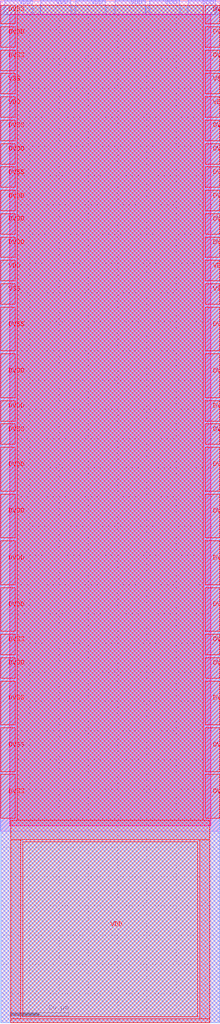
<source format=lef>
VERSION 5.7 ;
  NOWIREEXTENSIONATPIN ON ;
  DIVIDERCHAR "/" ;
  BUSBITCHARS "[]" ;
MACRO gf180mcu_ocd_io__vdd
  CLASS PAD POWER ;
  FOREIGN gf180mcu_ocd_io__vdd ;
  ORIGIN 0.000 0.000 ;
  SIZE 75.000 BY 350.000 ;
  SYMMETRY X Y R90 ;
  SITE GF_IO_Site ;
  PIN DVDD
    DIRECTION INOUT ;
    USE POWER ;
    PORT
      LAYER Metal5 ;
        RECT 0.000 334.000 5.000 341.000 ;
    END
    PORT
      LAYER Metal5 ;
        RECT 0.000 294.000 5.000 301.000 ;
    END
    PORT
      LAYER Metal5 ;
        RECT 0.000 278.000 5.000 285.000 ;
    END
    PORT
      LAYER Metal5 ;
        RECT 0.000 270.000 5.000 277.000 ;
    END
    PORT
      LAYER Metal5 ;
        RECT 0.000 262.000 5.000 269.000 ;
    END
    PORT
      LAYER Metal5 ;
        RECT 0.000 206.000 5.000 213.000 ;
    END
    PORT
      LAYER Metal5 ;
        RECT 0.000 214.000 5.000 229.000 ;
    END
    PORT
      LAYER Metal5 ;
        RECT 0.000 182.000 5.000 197.000 ;
    END
    PORT
      LAYER Metal5 ;
        RECT 0.000 166.000 5.000 181.000 ;
    END
    PORT
      LAYER Metal5 ;
        RECT 0.000 150.000 5.000 165.000 ;
    END
    PORT
      LAYER Metal5 ;
        RECT 0.000 134.000 5.000 149.000 ;
    END
    PORT
      LAYER Metal5 ;
        RECT 0.000 118.000 5.000 125.000 ;
    END
    PORT
      LAYER Metal5 ;
        RECT 70.000 334.000 75.000 341.000 ;
    END
    PORT
      LAYER Metal5 ;
        RECT 70.000 294.000 75.000 301.000 ;
    END
    PORT
      LAYER Metal5 ;
        RECT 70.000 278.000 75.000 285.000 ;
    END
    PORT
      LAYER Metal5 ;
        RECT 70.000 270.000 75.000 277.000 ;
    END
    PORT
      LAYER Metal5 ;
        RECT 70.000 262.000 75.000 269.000 ;
    END
    PORT
      LAYER Metal5 ;
        RECT 70.000 206.000 75.000 213.000 ;
    END
    PORT
      LAYER Metal5 ;
        RECT 70.000 214.000 75.000 229.000 ;
    END
    PORT
      LAYER Metal5 ;
        RECT 70.000 182.000 75.000 197.000 ;
    END
    PORT
      LAYER Metal5 ;
        RECT 70.000 166.000 75.000 181.000 ;
    END
    PORT
      LAYER Metal5 ;
        RECT 70.000 150.000 75.000 165.000 ;
    END
    PORT
      LAYER Metal5 ;
        RECT 70.000 134.000 75.000 149.000 ;
    END
    PORT
      LAYER Metal5 ;
        RECT 70.000 118.000 75.000 125.000 ;
    END
  END DVDD
  PIN DVSS
    DIRECTION INOUT ;
    USE GROUND ;
    PORT
      LAYER Metal5 ;
        RECT 0.000 86.000 5.000 101.000 ;
    END
    PORT
      LAYER Metal5 ;
        RECT 0.000 70.000 5.000 85.000 ;
    END
    PORT
      LAYER Metal5 ;
        RECT 0.000 230.000 5.000 245.000 ;
    END
    PORT
      LAYER Metal5 ;
        RECT 0.000 198.000 5.000 205.000 ;
    END
    PORT
      LAYER Metal5 ;
        RECT 0.000 126.000 5.000 133.000 ;
    END
    PORT
      LAYER Metal5 ;
        RECT 0.000 102.000 5.000 117.000 ;
    END
    PORT
      LAYER Metal5 ;
        RECT 0.000 286.000 5.000 293.000 ;
    END
    PORT
      LAYER Metal5 ;
        RECT 0.000 302.000 5.000 309.000 ;
    END
    PORT
      LAYER Metal5 ;
        RECT 0.000 326.000 5.000 333.000 ;
    END
    PORT
      LAYER Metal5 ;
        RECT 0.000 342.000 5.000 348.390 ;
    END
    PORT
      LAYER Metal5 ;
        RECT 70.000 86.000 75.000 101.000 ;
    END
    PORT
      LAYER Metal5 ;
        RECT 70.000 70.000 75.000 85.000 ;
    END
    PORT
      LAYER Metal5 ;
        RECT 70.000 230.000 75.000 245.000 ;
    END
    PORT
      LAYER Metal5 ;
        RECT 70.000 198.000 75.000 205.000 ;
    END
    PORT
      LAYER Metal5 ;
        RECT 70.000 126.000 75.000 133.000 ;
    END
    PORT
      LAYER Metal5 ;
        RECT 70.000 102.000 75.000 117.000 ;
    END
    PORT
      LAYER Metal5 ;
        RECT 70.000 286.000 75.000 293.000 ;
    END
    PORT
      LAYER Metal5 ;
        RECT 70.000 302.000 75.000 309.000 ;
    END
    PORT
      LAYER Metal5 ;
        RECT 70.000 326.000 75.000 333.000 ;
    END
    PORT
      LAYER Metal5 ;
        RECT 70.000 342.000 75.000 348.390 ;
    END
  END DVSS
  PIN VDD
    DIRECTION INOUT ;
    USE POWER ;
    PORT
      LAYER Metal2 ;
        RECT 1.360 345.345 10.860 350.000 ;
    END
    PORT
      LAYER Metal2 ;
        RECT 13.760 345.345 24.010 350.000 ;
    END
    PORT
      LAYER Metal2 ;
        RECT 25.610 345.345 35.860 350.000 ;
    END
    PORT
      LAYER Metal2 ;
        RECT 39.140 345.345 49.390 350.000 ;
    END
    PORT
      LAYER Metal2 ;
        RECT 50.990 345.345 61.240 350.000 ;
    END
    PORT
      LAYER Metal2 ;
        RECT 64.140 345.345 73.640 350.000 ;
    END
    PORT
      LAYER Metal5 ;
        RECT 7.500 2.000 67.500 62.000 ;
    END
    PORT
      LAYER Metal5 ;
        RECT 0.000 310.000 5.000 317.000 ;
    END
    PORT
      LAYER Metal5 ;
        RECT 0.000 254.000 5.000 261.000 ;
    END
    PORT
      LAYER Metal5 ;
        RECT 70.000 310.000 75.000 317.000 ;
    END
    PORT
      LAYER Metal5 ;
        RECT 70.000 254.000 75.000 261.000 ;
    END
  END VDD
  PIN VSS
    DIRECTION INOUT ;
    USE GROUND ;
    PORT
      LAYER Metal5 ;
        RECT 0.000 246.000 5.000 253.000 ;
    END
    PORT
      LAYER Metal5 ;
        RECT 0.000 318.000 5.000 325.000 ;
    END
    PORT
      LAYER Metal5 ;
        RECT 70.000 246.000 75.000 253.000 ;
    END
    PORT
      LAYER Metal5 ;
        RECT 70.000 318.000 75.000 325.000 ;
    END
  END VSS
  OBS
      LAYER Nwell ;
        RECT 3.060 67.480 71.940 345.275 ;
      LAYER Metal1 ;
        RECT -0.160 65.540 75.160 349.785 ;
      LAYER Metal2 ;
        RECT 0.000 345.045 1.060 348.390 ;
        RECT 11.160 345.045 13.460 348.390 ;
        RECT 24.310 345.045 25.310 348.390 ;
        RECT 36.160 345.045 38.840 348.390 ;
        RECT 49.690 345.045 50.690 348.390 ;
        RECT 61.540 345.045 63.840 348.390 ;
        RECT 73.940 345.045 75.000 348.390 ;
        RECT 0.000 0.000 75.000 345.045 ;
      LAYER Metal3 ;
        RECT 0.000 0.000 75.000 348.390 ;
      LAYER Metal4 ;
        RECT 0.000 0.000 75.000 348.390 ;
      LAYER Metal5 ;
        RECT 5.600 69.400 69.400 348.390 ;
        RECT 3.500 62.600 71.500 69.400 ;
        RECT 3.500 1.400 6.900 62.600 ;
        RECT 68.100 1.400 71.500 62.600 ;
        RECT 3.500 0.000 71.500 1.400 ;
  END
END gf180mcu_ocd_io__vdd
END LIBRARY


</source>
